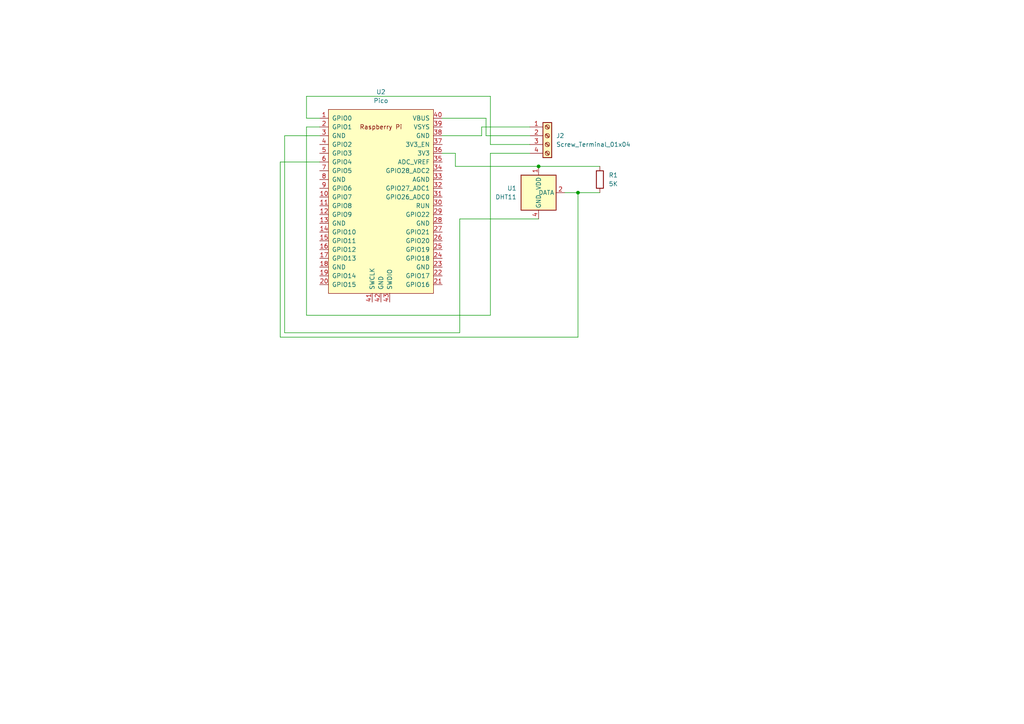
<source format=kicad_sch>
(kicad_sch
	(version 20231120)
	(generator "eeschema")
	(generator_version "8.0")
	(uuid "48cbc33f-57e1-4f2b-b3b9-3989cf85429e")
	(paper "A4")
	(lib_symbols
		(symbol "Connector:Screw_Terminal_01x04"
			(pin_names
				(offset 1.016) hide)
			(exclude_from_sim no)
			(in_bom yes)
			(on_board yes)
			(property "Reference" "J"
				(at 0 5.08 0)
				(effects
					(font
						(size 1.27 1.27)
					)
				)
			)
			(property "Value" "Screw_Terminal_01x04"
				(at 0 -7.62 0)
				(effects
					(font
						(size 1.27 1.27)
					)
				)
			)
			(property "Footprint" ""
				(at 0 0 0)
				(effects
					(font
						(size 1.27 1.27)
					)
					(hide yes)
				)
			)
			(property "Datasheet" "~"
				(at 0 0 0)
				(effects
					(font
						(size 1.27 1.27)
					)
					(hide yes)
				)
			)
			(property "Description" "Generic screw terminal, single row, 01x04, script generated (kicad-library-utils/schlib/autogen/connector/)"
				(at 0 0 0)
				(effects
					(font
						(size 1.27 1.27)
					)
					(hide yes)
				)
			)
			(property "ki_keywords" "screw terminal"
				(at 0 0 0)
				(effects
					(font
						(size 1.27 1.27)
					)
					(hide yes)
				)
			)
			(property "ki_fp_filters" "TerminalBlock*:*"
				(at 0 0 0)
				(effects
					(font
						(size 1.27 1.27)
					)
					(hide yes)
				)
			)
			(symbol "Screw_Terminal_01x04_1_1"
				(rectangle
					(start -1.27 3.81)
					(end 1.27 -6.35)
					(stroke
						(width 0.254)
						(type default)
					)
					(fill
						(type background)
					)
				)
				(circle
					(center 0 -5.08)
					(radius 0.635)
					(stroke
						(width 0.1524)
						(type default)
					)
					(fill
						(type none)
					)
				)
				(circle
					(center 0 -2.54)
					(radius 0.635)
					(stroke
						(width 0.1524)
						(type default)
					)
					(fill
						(type none)
					)
				)
				(polyline
					(pts
						(xy -0.5334 -4.7498) (xy 0.3302 -5.588)
					)
					(stroke
						(width 0.1524)
						(type default)
					)
					(fill
						(type none)
					)
				)
				(polyline
					(pts
						(xy -0.5334 -2.2098) (xy 0.3302 -3.048)
					)
					(stroke
						(width 0.1524)
						(type default)
					)
					(fill
						(type none)
					)
				)
				(polyline
					(pts
						(xy -0.5334 0.3302) (xy 0.3302 -0.508)
					)
					(stroke
						(width 0.1524)
						(type default)
					)
					(fill
						(type none)
					)
				)
				(polyline
					(pts
						(xy -0.5334 2.8702) (xy 0.3302 2.032)
					)
					(stroke
						(width 0.1524)
						(type default)
					)
					(fill
						(type none)
					)
				)
				(polyline
					(pts
						(xy -0.3556 -4.572) (xy 0.508 -5.4102)
					)
					(stroke
						(width 0.1524)
						(type default)
					)
					(fill
						(type none)
					)
				)
				(polyline
					(pts
						(xy -0.3556 -2.032) (xy 0.508 -2.8702)
					)
					(stroke
						(width 0.1524)
						(type default)
					)
					(fill
						(type none)
					)
				)
				(polyline
					(pts
						(xy -0.3556 0.508) (xy 0.508 -0.3302)
					)
					(stroke
						(width 0.1524)
						(type default)
					)
					(fill
						(type none)
					)
				)
				(polyline
					(pts
						(xy -0.3556 3.048) (xy 0.508 2.2098)
					)
					(stroke
						(width 0.1524)
						(type default)
					)
					(fill
						(type none)
					)
				)
				(circle
					(center 0 0)
					(radius 0.635)
					(stroke
						(width 0.1524)
						(type default)
					)
					(fill
						(type none)
					)
				)
				(circle
					(center 0 2.54)
					(radius 0.635)
					(stroke
						(width 0.1524)
						(type default)
					)
					(fill
						(type none)
					)
				)
				(pin passive line
					(at -5.08 2.54 0)
					(length 3.81)
					(name "Pin_1"
						(effects
							(font
								(size 1.27 1.27)
							)
						)
					)
					(number "1"
						(effects
							(font
								(size 1.27 1.27)
							)
						)
					)
				)
				(pin passive line
					(at -5.08 0 0)
					(length 3.81)
					(name "Pin_2"
						(effects
							(font
								(size 1.27 1.27)
							)
						)
					)
					(number "2"
						(effects
							(font
								(size 1.27 1.27)
							)
						)
					)
				)
				(pin passive line
					(at -5.08 -2.54 0)
					(length 3.81)
					(name "Pin_3"
						(effects
							(font
								(size 1.27 1.27)
							)
						)
					)
					(number "3"
						(effects
							(font
								(size 1.27 1.27)
							)
						)
					)
				)
				(pin passive line
					(at -5.08 -5.08 0)
					(length 3.81)
					(name "Pin_4"
						(effects
							(font
								(size 1.27 1.27)
							)
						)
					)
					(number "4"
						(effects
							(font
								(size 1.27 1.27)
							)
						)
					)
				)
			)
		)
		(symbol "Device:R"
			(pin_numbers hide)
			(pin_names
				(offset 0)
			)
			(exclude_from_sim no)
			(in_bom yes)
			(on_board yes)
			(property "Reference" "R"
				(at 2.032 0 90)
				(effects
					(font
						(size 1.27 1.27)
					)
				)
			)
			(property "Value" "R"
				(at 0 0 90)
				(effects
					(font
						(size 1.27 1.27)
					)
				)
			)
			(property "Footprint" ""
				(at -1.778 0 90)
				(effects
					(font
						(size 1.27 1.27)
					)
					(hide yes)
				)
			)
			(property "Datasheet" "~"
				(at 0 0 0)
				(effects
					(font
						(size 1.27 1.27)
					)
					(hide yes)
				)
			)
			(property "Description" "Resistor"
				(at 0 0 0)
				(effects
					(font
						(size 1.27 1.27)
					)
					(hide yes)
				)
			)
			(property "ki_keywords" "R res resistor"
				(at 0 0 0)
				(effects
					(font
						(size 1.27 1.27)
					)
					(hide yes)
				)
			)
			(property "ki_fp_filters" "R_*"
				(at 0 0 0)
				(effects
					(font
						(size 1.27 1.27)
					)
					(hide yes)
				)
			)
			(symbol "R_0_1"
				(rectangle
					(start -1.016 -2.54)
					(end 1.016 2.54)
					(stroke
						(width 0.254)
						(type default)
					)
					(fill
						(type none)
					)
				)
			)
			(symbol "R_1_1"
				(pin passive line
					(at 0 3.81 270)
					(length 1.27)
					(name "~"
						(effects
							(font
								(size 1.27 1.27)
							)
						)
					)
					(number "1"
						(effects
							(font
								(size 1.27 1.27)
							)
						)
					)
				)
				(pin passive line
					(at 0 -3.81 90)
					(length 1.27)
					(name "~"
						(effects
							(font
								(size 1.27 1.27)
							)
						)
					)
					(number "2"
						(effects
							(font
								(size 1.27 1.27)
							)
						)
					)
				)
			)
		)
		(symbol "MCU_RaspberryPi_and_Boards:Pico"
			(pin_names
				(offset 1.016)
			)
			(exclude_from_sim no)
			(in_bom yes)
			(on_board yes)
			(property "Reference" "U"
				(at -13.97 27.94 0)
				(effects
					(font
						(size 1.27 1.27)
					)
				)
			)
			(property "Value" "Pico"
				(at 0 19.05 0)
				(effects
					(font
						(size 1.27 1.27)
					)
				)
			)
			(property "Footprint" "RPi_Pico:RPi_Pico_SMD_TH"
				(at 0 0 90)
				(effects
					(font
						(size 1.27 1.27)
					)
					(hide yes)
				)
			)
			(property "Datasheet" ""
				(at 0 0 0)
				(effects
					(font
						(size 1.27 1.27)
					)
					(hide yes)
				)
			)
			(property "Description" ""
				(at 0 0 0)
				(effects
					(font
						(size 1.27 1.27)
					)
					(hide yes)
				)
			)
			(symbol "Pico_0_0"
				(text "Raspberry Pi"
					(at 0 21.59 0)
					(effects
						(font
							(size 1.27 1.27)
						)
					)
				)
			)
			(symbol "Pico_0_1"
				(rectangle
					(start -15.24 26.67)
					(end 15.24 -26.67)
					(stroke
						(width 0)
						(type solid)
					)
					(fill
						(type background)
					)
				)
			)
			(symbol "Pico_1_1"
				(pin bidirectional line
					(at -17.78 24.13 0)
					(length 2.54)
					(name "GPIO0"
						(effects
							(font
								(size 1.27 1.27)
							)
						)
					)
					(number "1"
						(effects
							(font
								(size 1.27 1.27)
							)
						)
					)
				)
				(pin bidirectional line
					(at -17.78 1.27 0)
					(length 2.54)
					(name "GPIO7"
						(effects
							(font
								(size 1.27 1.27)
							)
						)
					)
					(number "10"
						(effects
							(font
								(size 1.27 1.27)
							)
						)
					)
				)
				(pin bidirectional line
					(at -17.78 -1.27 0)
					(length 2.54)
					(name "GPIO8"
						(effects
							(font
								(size 1.27 1.27)
							)
						)
					)
					(number "11"
						(effects
							(font
								(size 1.27 1.27)
							)
						)
					)
				)
				(pin bidirectional line
					(at -17.78 -3.81 0)
					(length 2.54)
					(name "GPIO9"
						(effects
							(font
								(size 1.27 1.27)
							)
						)
					)
					(number "12"
						(effects
							(font
								(size 1.27 1.27)
							)
						)
					)
				)
				(pin power_in line
					(at -17.78 -6.35 0)
					(length 2.54)
					(name "GND"
						(effects
							(font
								(size 1.27 1.27)
							)
						)
					)
					(number "13"
						(effects
							(font
								(size 1.27 1.27)
							)
						)
					)
				)
				(pin bidirectional line
					(at -17.78 -8.89 0)
					(length 2.54)
					(name "GPIO10"
						(effects
							(font
								(size 1.27 1.27)
							)
						)
					)
					(number "14"
						(effects
							(font
								(size 1.27 1.27)
							)
						)
					)
				)
				(pin bidirectional line
					(at -17.78 -11.43 0)
					(length 2.54)
					(name "GPIO11"
						(effects
							(font
								(size 1.27 1.27)
							)
						)
					)
					(number "15"
						(effects
							(font
								(size 1.27 1.27)
							)
						)
					)
				)
				(pin bidirectional line
					(at -17.78 -13.97 0)
					(length 2.54)
					(name "GPIO12"
						(effects
							(font
								(size 1.27 1.27)
							)
						)
					)
					(number "16"
						(effects
							(font
								(size 1.27 1.27)
							)
						)
					)
				)
				(pin bidirectional line
					(at -17.78 -16.51 0)
					(length 2.54)
					(name "GPIO13"
						(effects
							(font
								(size 1.27 1.27)
							)
						)
					)
					(number "17"
						(effects
							(font
								(size 1.27 1.27)
							)
						)
					)
				)
				(pin power_in line
					(at -17.78 -19.05 0)
					(length 2.54)
					(name "GND"
						(effects
							(font
								(size 1.27 1.27)
							)
						)
					)
					(number "18"
						(effects
							(font
								(size 1.27 1.27)
							)
						)
					)
				)
				(pin bidirectional line
					(at -17.78 -21.59 0)
					(length 2.54)
					(name "GPIO14"
						(effects
							(font
								(size 1.27 1.27)
							)
						)
					)
					(number "19"
						(effects
							(font
								(size 1.27 1.27)
							)
						)
					)
				)
				(pin bidirectional line
					(at -17.78 21.59 0)
					(length 2.54)
					(name "GPIO1"
						(effects
							(font
								(size 1.27 1.27)
							)
						)
					)
					(number "2"
						(effects
							(font
								(size 1.27 1.27)
							)
						)
					)
				)
				(pin bidirectional line
					(at -17.78 -24.13 0)
					(length 2.54)
					(name "GPIO15"
						(effects
							(font
								(size 1.27 1.27)
							)
						)
					)
					(number "20"
						(effects
							(font
								(size 1.27 1.27)
							)
						)
					)
				)
				(pin bidirectional line
					(at 17.78 -24.13 180)
					(length 2.54)
					(name "GPIO16"
						(effects
							(font
								(size 1.27 1.27)
							)
						)
					)
					(number "21"
						(effects
							(font
								(size 1.27 1.27)
							)
						)
					)
				)
				(pin bidirectional line
					(at 17.78 -21.59 180)
					(length 2.54)
					(name "GPIO17"
						(effects
							(font
								(size 1.27 1.27)
							)
						)
					)
					(number "22"
						(effects
							(font
								(size 1.27 1.27)
							)
						)
					)
				)
				(pin power_in line
					(at 17.78 -19.05 180)
					(length 2.54)
					(name "GND"
						(effects
							(font
								(size 1.27 1.27)
							)
						)
					)
					(number "23"
						(effects
							(font
								(size 1.27 1.27)
							)
						)
					)
				)
				(pin bidirectional line
					(at 17.78 -16.51 180)
					(length 2.54)
					(name "GPIO18"
						(effects
							(font
								(size 1.27 1.27)
							)
						)
					)
					(number "24"
						(effects
							(font
								(size 1.27 1.27)
							)
						)
					)
				)
				(pin bidirectional line
					(at 17.78 -13.97 180)
					(length 2.54)
					(name "GPIO19"
						(effects
							(font
								(size 1.27 1.27)
							)
						)
					)
					(number "25"
						(effects
							(font
								(size 1.27 1.27)
							)
						)
					)
				)
				(pin bidirectional line
					(at 17.78 -11.43 180)
					(length 2.54)
					(name "GPIO20"
						(effects
							(font
								(size 1.27 1.27)
							)
						)
					)
					(number "26"
						(effects
							(font
								(size 1.27 1.27)
							)
						)
					)
				)
				(pin bidirectional line
					(at 17.78 -8.89 180)
					(length 2.54)
					(name "GPIO21"
						(effects
							(font
								(size 1.27 1.27)
							)
						)
					)
					(number "27"
						(effects
							(font
								(size 1.27 1.27)
							)
						)
					)
				)
				(pin power_in line
					(at 17.78 -6.35 180)
					(length 2.54)
					(name "GND"
						(effects
							(font
								(size 1.27 1.27)
							)
						)
					)
					(number "28"
						(effects
							(font
								(size 1.27 1.27)
							)
						)
					)
				)
				(pin bidirectional line
					(at 17.78 -3.81 180)
					(length 2.54)
					(name "GPIO22"
						(effects
							(font
								(size 1.27 1.27)
							)
						)
					)
					(number "29"
						(effects
							(font
								(size 1.27 1.27)
							)
						)
					)
				)
				(pin power_in line
					(at -17.78 19.05 0)
					(length 2.54)
					(name "GND"
						(effects
							(font
								(size 1.27 1.27)
							)
						)
					)
					(number "3"
						(effects
							(font
								(size 1.27 1.27)
							)
						)
					)
				)
				(pin input line
					(at 17.78 -1.27 180)
					(length 2.54)
					(name "RUN"
						(effects
							(font
								(size 1.27 1.27)
							)
						)
					)
					(number "30"
						(effects
							(font
								(size 1.27 1.27)
							)
						)
					)
				)
				(pin bidirectional line
					(at 17.78 1.27 180)
					(length 2.54)
					(name "GPIO26_ADC0"
						(effects
							(font
								(size 1.27 1.27)
							)
						)
					)
					(number "31"
						(effects
							(font
								(size 1.27 1.27)
							)
						)
					)
				)
				(pin bidirectional line
					(at 17.78 3.81 180)
					(length 2.54)
					(name "GPIO27_ADC1"
						(effects
							(font
								(size 1.27 1.27)
							)
						)
					)
					(number "32"
						(effects
							(font
								(size 1.27 1.27)
							)
						)
					)
				)
				(pin power_in line
					(at 17.78 6.35 180)
					(length 2.54)
					(name "AGND"
						(effects
							(font
								(size 1.27 1.27)
							)
						)
					)
					(number "33"
						(effects
							(font
								(size 1.27 1.27)
							)
						)
					)
				)
				(pin bidirectional line
					(at 17.78 8.89 180)
					(length 2.54)
					(name "GPIO28_ADC2"
						(effects
							(font
								(size 1.27 1.27)
							)
						)
					)
					(number "34"
						(effects
							(font
								(size 1.27 1.27)
							)
						)
					)
				)
				(pin unspecified line
					(at 17.78 11.43 180)
					(length 2.54)
					(name "ADC_VREF"
						(effects
							(font
								(size 1.27 1.27)
							)
						)
					)
					(number "35"
						(effects
							(font
								(size 1.27 1.27)
							)
						)
					)
				)
				(pin unspecified line
					(at 17.78 13.97 180)
					(length 2.54)
					(name "3V3"
						(effects
							(font
								(size 1.27 1.27)
							)
						)
					)
					(number "36"
						(effects
							(font
								(size 1.27 1.27)
							)
						)
					)
				)
				(pin input line
					(at 17.78 16.51 180)
					(length 2.54)
					(name "3V3_EN"
						(effects
							(font
								(size 1.27 1.27)
							)
						)
					)
					(number "37"
						(effects
							(font
								(size 1.27 1.27)
							)
						)
					)
				)
				(pin bidirectional line
					(at 17.78 19.05 180)
					(length 2.54)
					(name "GND"
						(effects
							(font
								(size 1.27 1.27)
							)
						)
					)
					(number "38"
						(effects
							(font
								(size 1.27 1.27)
							)
						)
					)
				)
				(pin unspecified line
					(at 17.78 21.59 180)
					(length 2.54)
					(name "VSYS"
						(effects
							(font
								(size 1.27 1.27)
							)
						)
					)
					(number "39"
						(effects
							(font
								(size 1.27 1.27)
							)
						)
					)
				)
				(pin bidirectional line
					(at -17.78 16.51 0)
					(length 2.54)
					(name "GPIO2"
						(effects
							(font
								(size 1.27 1.27)
							)
						)
					)
					(number "4"
						(effects
							(font
								(size 1.27 1.27)
							)
						)
					)
				)
				(pin unspecified line
					(at 17.78 24.13 180)
					(length 2.54)
					(name "VBUS"
						(effects
							(font
								(size 1.27 1.27)
							)
						)
					)
					(number "40"
						(effects
							(font
								(size 1.27 1.27)
							)
						)
					)
				)
				(pin input line
					(at -2.54 -29.21 90)
					(length 2.54)
					(name "SWCLK"
						(effects
							(font
								(size 1.27 1.27)
							)
						)
					)
					(number "41"
						(effects
							(font
								(size 1.27 1.27)
							)
						)
					)
				)
				(pin power_in line
					(at 0 -29.21 90)
					(length 2.54)
					(name "GND"
						(effects
							(font
								(size 1.27 1.27)
							)
						)
					)
					(number "42"
						(effects
							(font
								(size 1.27 1.27)
							)
						)
					)
				)
				(pin bidirectional line
					(at 2.54 -29.21 90)
					(length 2.54)
					(name "SWDIO"
						(effects
							(font
								(size 1.27 1.27)
							)
						)
					)
					(number "43"
						(effects
							(font
								(size 1.27 1.27)
							)
						)
					)
				)
				(pin bidirectional line
					(at -17.78 13.97 0)
					(length 2.54)
					(name "GPIO3"
						(effects
							(font
								(size 1.27 1.27)
							)
						)
					)
					(number "5"
						(effects
							(font
								(size 1.27 1.27)
							)
						)
					)
				)
				(pin bidirectional line
					(at -17.78 11.43 0)
					(length 2.54)
					(name "GPIO4"
						(effects
							(font
								(size 1.27 1.27)
							)
						)
					)
					(number "6"
						(effects
							(font
								(size 1.27 1.27)
							)
						)
					)
				)
				(pin bidirectional line
					(at -17.78 8.89 0)
					(length 2.54)
					(name "GPIO5"
						(effects
							(font
								(size 1.27 1.27)
							)
						)
					)
					(number "7"
						(effects
							(font
								(size 1.27 1.27)
							)
						)
					)
				)
				(pin power_in line
					(at -17.78 6.35 0)
					(length 2.54)
					(name "GND"
						(effects
							(font
								(size 1.27 1.27)
							)
						)
					)
					(number "8"
						(effects
							(font
								(size 1.27 1.27)
							)
						)
					)
				)
				(pin bidirectional line
					(at -17.78 3.81 0)
					(length 2.54)
					(name "GPIO6"
						(effects
							(font
								(size 1.27 1.27)
							)
						)
					)
					(number "9"
						(effects
							(font
								(size 1.27 1.27)
							)
						)
					)
				)
			)
		)
		(symbol "Sensor:DHT11"
			(exclude_from_sim no)
			(in_bom yes)
			(on_board yes)
			(property "Reference" "U"
				(at -3.81 6.35 0)
				(effects
					(font
						(size 1.27 1.27)
					)
				)
			)
			(property "Value" "DHT11"
				(at 3.81 6.35 0)
				(effects
					(font
						(size 1.27 1.27)
					)
				)
			)
			(property "Footprint" "Sensor:Aosong_DHT11_5.5x12.0_P2.54mm"
				(at 0 -10.16 0)
				(effects
					(font
						(size 1.27 1.27)
					)
					(hide yes)
				)
			)
			(property "Datasheet" "http://akizukidenshi.com/download/ds/aosong/DHT11.pdf"
				(at 3.81 6.35 0)
				(effects
					(font
						(size 1.27 1.27)
					)
					(hide yes)
				)
			)
			(property "Description" "3.3V to 5.5V, temperature and humidity module, DHT11"
				(at 0 0 0)
				(effects
					(font
						(size 1.27 1.27)
					)
					(hide yes)
				)
			)
			(property "ki_keywords" "digital sensor"
				(at 0 0 0)
				(effects
					(font
						(size 1.27 1.27)
					)
					(hide yes)
				)
			)
			(property "ki_fp_filters" "Aosong*DHT11*5.5x12.0*P2.54mm*"
				(at 0 0 0)
				(effects
					(font
						(size 1.27 1.27)
					)
					(hide yes)
				)
			)
			(symbol "DHT11_0_1"
				(rectangle
					(start -5.08 5.08)
					(end 5.08 -5.08)
					(stroke
						(width 0.254)
						(type default)
					)
					(fill
						(type background)
					)
				)
			)
			(symbol "DHT11_1_1"
				(pin power_in line
					(at 0 7.62 270)
					(length 2.54)
					(name "VDD"
						(effects
							(font
								(size 1.27 1.27)
							)
						)
					)
					(number "1"
						(effects
							(font
								(size 1.27 1.27)
							)
						)
					)
				)
				(pin bidirectional line
					(at 7.62 0 180)
					(length 2.54)
					(name "DATA"
						(effects
							(font
								(size 1.27 1.27)
							)
						)
					)
					(number "2"
						(effects
							(font
								(size 1.27 1.27)
							)
						)
					)
				)
				(pin no_connect line
					(at -5.08 0 0)
					(length 2.54) hide
					(name "NC"
						(effects
							(font
								(size 1.27 1.27)
							)
						)
					)
					(number "3"
						(effects
							(font
								(size 1.27 1.27)
							)
						)
					)
				)
				(pin power_in line
					(at 0 -7.62 90)
					(length 2.54)
					(name "GND"
						(effects
							(font
								(size 1.27 1.27)
							)
						)
					)
					(number "4"
						(effects
							(font
								(size 1.27 1.27)
							)
						)
					)
				)
			)
		)
	)
	(junction
		(at 156.21 48.26)
		(diameter 0)
		(color 0 0 0 0)
		(uuid "881a9bb7-2ae1-4555-96e5-7d6d47f178b5")
	)
	(junction
		(at 167.64 55.88)
		(diameter 0)
		(color 0 0 0 0)
		(uuid "d4ae35ec-1b42-436b-9cad-f468d2cda798")
	)
	(wire
		(pts
			(xy 163.83 55.88) (xy 167.64 55.88)
		)
		(stroke
			(width 0)
			(type default)
		)
		(uuid "056dad4d-1f95-4fa4-978e-a0ced402dbfe")
	)
	(wire
		(pts
			(xy 132.08 44.45) (xy 128.27 44.45)
		)
		(stroke
			(width 0)
			(type default)
		)
		(uuid "0f2c3ae6-cc62-4a5d-94a4-949492eddbd5")
	)
	(wire
		(pts
			(xy 133.35 96.52) (xy 82.55 96.52)
		)
		(stroke
			(width 0)
			(type default)
		)
		(uuid "12b30105-a6df-4e01-ba05-4d5fc0cc7455")
	)
	(wire
		(pts
			(xy 88.9 34.29) (xy 92.71 34.29)
		)
		(stroke
			(width 0)
			(type default)
		)
		(uuid "1a9e9579-125a-4211-ab3a-f48afcb00efb")
	)
	(wire
		(pts
			(xy 142.24 91.44) (xy 88.9 91.44)
		)
		(stroke
			(width 0)
			(type default)
		)
		(uuid "1c6caeec-d811-4ae5-a2d6-1763be734e0b")
	)
	(wire
		(pts
			(xy 82.55 96.52) (xy 82.55 39.37)
		)
		(stroke
			(width 0)
			(type default)
		)
		(uuid "2556361a-895a-4cb0-baa4-9608a8fcff9e")
	)
	(wire
		(pts
			(xy 167.64 55.88) (xy 173.99 55.88)
		)
		(stroke
			(width 0)
			(type default)
		)
		(uuid "27b5dc7e-a3b7-4c62-a737-9cc30d78dd13")
	)
	(wire
		(pts
			(xy 128.27 39.37) (xy 139.7 39.37)
		)
		(stroke
			(width 0)
			(type default)
		)
		(uuid "3102d756-bfd2-4aaf-9959-779abf97226b")
	)
	(wire
		(pts
			(xy 132.08 48.26) (xy 132.08 44.45)
		)
		(stroke
			(width 0)
			(type default)
		)
		(uuid "45f2af85-c937-45c8-a1f1-a2b356fe2582")
	)
	(wire
		(pts
			(xy 82.55 39.37) (xy 92.71 39.37)
		)
		(stroke
			(width 0)
			(type default)
		)
		(uuid "4630068f-7357-43ba-9cdc-8b16f6caf3f0")
	)
	(wire
		(pts
			(xy 88.9 36.83) (xy 92.71 36.83)
		)
		(stroke
			(width 0)
			(type default)
		)
		(uuid "47f1db22-d685-48ca-ae9e-80e17e4fee95")
	)
	(wire
		(pts
			(xy 153.67 44.45) (xy 142.24 44.45)
		)
		(stroke
			(width 0)
			(type default)
		)
		(uuid "4cfac73f-d1f7-42f0-b904-eef61f38f95c")
	)
	(wire
		(pts
			(xy 156.21 48.26) (xy 132.08 48.26)
		)
		(stroke
			(width 0)
			(type default)
		)
		(uuid "4fbd7afe-6161-43c3-995d-cbdd00094936")
	)
	(wire
		(pts
			(xy 142.24 44.45) (xy 142.24 91.44)
		)
		(stroke
			(width 0)
			(type default)
		)
		(uuid "5963db61-3430-4182-9e04-be3ebbf511c6")
	)
	(wire
		(pts
			(xy 167.64 55.88) (xy 167.64 97.79)
		)
		(stroke
			(width 0)
			(type default)
		)
		(uuid "67a91b9e-085b-4fb4-a197-0fddf71b10e3")
	)
	(wire
		(pts
			(xy 173.99 48.26) (xy 156.21 48.26)
		)
		(stroke
			(width 0)
			(type default)
		)
		(uuid "6b2a1e58-cb23-47ae-820b-96c531cc6c3f")
	)
	(wire
		(pts
			(xy 88.9 91.44) (xy 88.9 36.83)
		)
		(stroke
			(width 0)
			(type default)
		)
		(uuid "7bc01979-d4bf-419b-9316-33e224fa19b6")
	)
	(wire
		(pts
			(xy 133.35 63.5) (xy 133.35 96.52)
		)
		(stroke
			(width 0)
			(type default)
		)
		(uuid "81d8a966-680f-4bd0-92fd-a51a43d1f867")
	)
	(wire
		(pts
			(xy 156.21 63.5) (xy 133.35 63.5)
		)
		(stroke
			(width 0)
			(type default)
		)
		(uuid "930d04ef-97a2-4cf6-bc9c-4dadee3e250a")
	)
	(wire
		(pts
			(xy 153.67 36.83) (xy 139.7 36.83)
		)
		(stroke
			(width 0)
			(type default)
		)
		(uuid "a49dd606-707e-4d03-9fe0-c0851032b59e")
	)
	(wire
		(pts
			(xy 142.24 41.91) (xy 142.24 27.94)
		)
		(stroke
			(width 0)
			(type default)
		)
		(uuid "b215dced-633c-4e46-bc18-9e8a82c17847")
	)
	(wire
		(pts
			(xy 153.67 41.91) (xy 142.24 41.91)
		)
		(stroke
			(width 0)
			(type default)
		)
		(uuid "b2908301-c036-4bbc-8881-993b31abcb53")
	)
	(wire
		(pts
			(xy 81.28 97.79) (xy 81.28 46.99)
		)
		(stroke
			(width 0)
			(type default)
		)
		(uuid "cab10a5a-4fba-43eb-a084-dc8c79b61cc2")
	)
	(wire
		(pts
			(xy 140.97 34.29) (xy 128.27 34.29)
		)
		(stroke
			(width 0)
			(type default)
		)
		(uuid "d5119350-6cc3-4810-92ec-e7ead7c1c112")
	)
	(wire
		(pts
			(xy 88.9 27.94) (xy 88.9 34.29)
		)
		(stroke
			(width 0)
			(type default)
		)
		(uuid "d53b1370-b783-4a92-b95b-4440fafb2973")
	)
	(wire
		(pts
			(xy 81.28 46.99) (xy 92.71 46.99)
		)
		(stroke
			(width 0)
			(type default)
		)
		(uuid "d60a0461-8422-4131-bcee-400faa5e5fc2")
	)
	(wire
		(pts
			(xy 142.24 27.94) (xy 88.9 27.94)
		)
		(stroke
			(width 0)
			(type default)
		)
		(uuid "dce6c4ec-696f-4266-9f26-4001d6551e9f")
	)
	(wire
		(pts
			(xy 167.64 97.79) (xy 81.28 97.79)
		)
		(stroke
			(width 0)
			(type default)
		)
		(uuid "e354e0b2-f999-4ad5-a985-09e2a986fd25")
	)
	(wire
		(pts
			(xy 139.7 36.83) (xy 139.7 39.37)
		)
		(stroke
			(width 0)
			(type default)
		)
		(uuid "e6f6bc7a-90c4-4ed1-a261-5e16c7203ad5")
	)
	(wire
		(pts
			(xy 140.97 39.37) (xy 140.97 34.29)
		)
		(stroke
			(width 0)
			(type default)
		)
		(uuid "ef1e1a74-e1c1-4b32-bf08-c71a6030aef3")
	)
	(wire
		(pts
			(xy 153.67 39.37) (xy 140.97 39.37)
		)
		(stroke
			(width 0)
			(type default)
		)
		(uuid "fa9f06fd-dcba-438b-ae2c-e75991ffafbd")
	)
	(symbol
		(lib_id "Connector:Screw_Terminal_01x04")
		(at 158.75 39.37 0)
		(unit 1)
		(exclude_from_sim no)
		(in_bom yes)
		(on_board yes)
		(dnp no)
		(fields_autoplaced yes)
		(uuid "853a75fc-dd33-4485-88a4-89c9d33653e0")
		(property "Reference" "J2"
			(at 161.29 39.3699 0)
			(effects
				(font
					(size 1.27 1.27)
				)
				(justify left)
			)
		)
		(property "Value" "Screw_Terminal_01x04"
			(at 161.29 41.9099 0)
			(effects
				(font
					(size 1.27 1.27)
				)
				(justify left)
			)
		)
		(property "Footprint" "TerminalBlock_Phoenix:TerminalBlock_Phoenix_MKDS-1,5-4_1x04_P5.00mm_Horizontal"
			(at 158.75 39.37 0)
			(effects
				(font
					(size 1.27 1.27)
				)
				(hide yes)
			)
		)
		(property "Datasheet" "~"
			(at 158.75 39.37 0)
			(effects
				(font
					(size 1.27 1.27)
				)
				(hide yes)
			)
		)
		(property "Description" "Generic screw terminal, single row, 01x04, script generated (kicad-library-utils/schlib/autogen/connector/)"
			(at 158.75 39.37 0)
			(effects
				(font
					(size 1.27 1.27)
				)
				(hide yes)
			)
		)
		(pin "4"
			(uuid "eefe605f-7b2f-4245-aa79-0be8368e277a")
		)
		(pin "1"
			(uuid "2594b5ba-60fe-445a-b9a8-4d458086170f")
		)
		(pin "3"
			(uuid "cf48ea70-01a1-4930-ace8-db61050b3ab3")
		)
		(pin "2"
			(uuid "627247c4-c3e1-4bef-813a-817cd6564c48")
		)
		(instances
			(project ""
				(path "/48cbc33f-57e1-4f2b-b3b9-3989cf85429e"
					(reference "J2")
					(unit 1)
				)
			)
		)
	)
	(symbol
		(lib_id "MCU_RaspberryPi_and_Boards:Pico")
		(at 110.49 58.42 0)
		(unit 1)
		(exclude_from_sim no)
		(in_bom yes)
		(on_board yes)
		(dnp no)
		(fields_autoplaced yes)
		(uuid "c105a972-8947-49ab-b65a-f870d103bf6d")
		(property "Reference" "U2"
			(at 110.49 26.67 0)
			(effects
				(font
					(size 1.27 1.27)
				)
			)
		)
		(property "Value" "Pico"
			(at 110.49 29.21 0)
			(effects
				(font
					(size 1.27 1.27)
				)
			)
		)
		(property "Footprint" "Connector_PinHeader_1.00mm:PinHeader_2x22_P1.00mm_Vertical"
			(at 110.49 58.42 90)
			(effects
				(font
					(size 1.27 1.27)
				)
				(hide yes)
			)
		)
		(property "Datasheet" ""
			(at 110.49 58.42 0)
			(effects
				(font
					(size 1.27 1.27)
				)
				(hide yes)
			)
		)
		(property "Description" ""
			(at 110.49 58.42 0)
			(effects
				(font
					(size 1.27 1.27)
				)
				(hide yes)
			)
		)
		(pin "2"
			(uuid "16e52fbd-59d2-493a-bc12-980f0c34c719")
		)
		(pin "30"
			(uuid "525a23e3-4177-421b-8afc-43b6f2ac3dbc")
		)
		(pin "33"
			(uuid "e39f6ebd-5f2f-4cea-885b-6d4b97a8b39a")
		)
		(pin "28"
			(uuid "1c71f161-f99d-4e70-84c9-18ea471dfc2e")
		)
		(pin "32"
			(uuid "c82063a6-a6dc-4dfc-82fa-fc26005ccf09")
		)
		(pin "37"
			(uuid "3c017747-27e6-4616-ad41-a0b7f68c6d00")
		)
		(pin "43"
			(uuid "1e0fde95-23fe-41ad-82e0-0c477985d7a4")
		)
		(pin "14"
			(uuid "4a11d777-cef6-46b0-b35d-c2dec0b7c6f0")
		)
		(pin "39"
			(uuid "6d86b368-03e6-4a9b-8475-8393c202e093")
		)
		(pin "4"
			(uuid "5d500ac7-f297-4ede-b433-18a0e9e903dc")
		)
		(pin "22"
			(uuid "b7bd3368-d96c-423c-8dbf-b1b591b11660")
		)
		(pin "34"
			(uuid "63edd0ee-5048-44a7-a9d5-ca23cb9df964")
		)
		(pin "40"
			(uuid "972a68d7-ff12-4222-a3f7-03056eff3c7e")
		)
		(pin "42"
			(uuid "4ff4a6b8-e248-4fd8-b55a-c7f75e812a16")
		)
		(pin "9"
			(uuid "188231d7-ea81-4016-ad87-cbcc980be06d")
		)
		(pin "31"
			(uuid "0fecd284-3d30-4732-8fe4-8d394c826bc4")
		)
		(pin "36"
			(uuid "0a6be343-1de1-4bcd-95a6-7425b1de96e5")
		)
		(pin "6"
			(uuid "9a331d4f-3ccb-4750-98c6-9d2ea8f9704d")
		)
		(pin "26"
			(uuid "9dcfe019-52cc-46a2-aac8-0995ca4ad8ce")
		)
		(pin "12"
			(uuid "9769851e-1e06-48cf-b32e-870fe6a30b61")
		)
		(pin "19"
			(uuid "976e31be-a3b6-4380-a8cc-257fa4bfaad3")
		)
		(pin "18"
			(uuid "e5e232a6-e9dc-4c35-917d-0c240b49a423")
		)
		(pin "24"
			(uuid "7b2a9e94-c81c-4bf0-9af3-27c3824b6ed1")
		)
		(pin "10"
			(uuid "2c33d5f1-bcd5-4269-ad49-edff9ca05c98")
		)
		(pin "21"
			(uuid "630f42aa-fb00-4986-ab1b-2f595fe68402")
		)
		(pin "15"
			(uuid "6594a6dc-d43f-4d14-a26e-850b596ef3f6")
		)
		(pin "29"
			(uuid "e85cbad6-e14e-489c-9d6b-7a3320858564")
		)
		(pin "3"
			(uuid "74e1b9eb-6882-4c0a-970c-cfa46db09ed5")
		)
		(pin "20"
			(uuid "f4abc2f7-d501-46b2-9ad4-4ac257ba892b")
		)
		(pin "38"
			(uuid "2daae95d-317a-4d1e-9401-7dc747209fef")
		)
		(pin "5"
			(uuid "9ce2c53e-75f4-497b-80e4-9af3203cac6b")
		)
		(pin "27"
			(uuid "d64119bf-f638-4059-ac56-9bba81875842")
		)
		(pin "8"
			(uuid "3a631167-e013-42f0-8464-0f3a857a960f")
		)
		(pin "13"
			(uuid "f505d20b-fb43-43ce-bb45-a876016aa8a9")
		)
		(pin "25"
			(uuid "9ee40a5f-efbf-457d-b903-3cea54bd92fe")
		)
		(pin "11"
			(uuid "bd0779e6-d39d-4cb1-a2a1-99cce03fe0d7")
		)
		(pin "16"
			(uuid "f403ac62-43af-41a0-8f2b-72200474627c")
		)
		(pin "17"
			(uuid "2c342c4d-4496-4bdb-bced-a9ceb9fac9c0")
		)
		(pin "35"
			(uuid "3019dcb2-6ccc-4832-97ca-d77d2e84da79")
		)
		(pin "1"
			(uuid "4ccd200b-d4e6-4523-b4a8-a2d73b62c5b2")
		)
		(pin "7"
			(uuid "3609bb90-21e0-4948-b163-9cac1d2ef95b")
		)
		(pin "41"
			(uuid "ed87920a-7448-4961-ab3d-270824a0ea88")
		)
		(pin "23"
			(uuid "afb40fee-05de-47eb-9b5f-dca374342387")
		)
		(instances
			(project ""
				(path "/48cbc33f-57e1-4f2b-b3b9-3989cf85429e"
					(reference "U2")
					(unit 1)
				)
			)
		)
	)
	(symbol
		(lib_id "Device:R")
		(at 173.99 52.07 0)
		(unit 1)
		(exclude_from_sim no)
		(in_bom yes)
		(on_board yes)
		(dnp no)
		(fields_autoplaced yes)
		(uuid "d22915be-7e49-46de-867d-99c0ebfa672e")
		(property "Reference" "R1"
			(at 176.53 50.7999 0)
			(effects
				(font
					(size 1.27 1.27)
				)
				(justify left)
			)
		)
		(property "Value" "5K"
			(at 176.53 53.3399 0)
			(effects
				(font
					(size 1.27 1.27)
				)
				(justify left)
			)
		)
		(property "Footprint" "Resistor_THT:R_Axial_DIN0204_L3.6mm_D1.6mm_P5.08mm_Horizontal"
			(at 172.212 52.07 90)
			(effects
				(font
					(size 1.27 1.27)
				)
				(hide yes)
			)
		)
		(property "Datasheet" "~"
			(at 173.99 52.07 0)
			(effects
				(font
					(size 1.27 1.27)
				)
				(hide yes)
			)
		)
		(property "Description" "Resistor"
			(at 173.99 52.07 0)
			(effects
				(font
					(size 1.27 1.27)
				)
				(hide yes)
			)
		)
		(pin "1"
			(uuid "1d9af151-d355-428e-9d02-08b734f9cab1")
		)
		(pin "2"
			(uuid "4aa4292a-b3a7-4cc7-913d-d8f7e3ed9ebc")
		)
		(instances
			(project ""
				(path "/48cbc33f-57e1-4f2b-b3b9-3989cf85429e"
					(reference "R1")
					(unit 1)
				)
			)
		)
	)
	(symbol
		(lib_id "Sensor:DHT11")
		(at 156.21 55.88 0)
		(unit 1)
		(exclude_from_sim no)
		(in_bom yes)
		(on_board yes)
		(dnp no)
		(fields_autoplaced yes)
		(uuid "d62de06e-5e48-43a1-9fd6-ff3e6cb90b52")
		(property "Reference" "U1"
			(at 149.86 54.6099 0)
			(effects
				(font
					(size 1.27 1.27)
				)
				(justify right)
			)
		)
		(property "Value" "DHT11"
			(at 149.86 57.1499 0)
			(effects
				(font
					(size 1.27 1.27)
				)
				(justify right)
			)
		)
		(property "Footprint" "Sensor:Aosong_DHT11_5.5x12.0_P2.54mm"
			(at 156.21 66.04 0)
			(effects
				(font
					(size 1.27 1.27)
				)
				(hide yes)
			)
		)
		(property "Datasheet" "http://akizukidenshi.com/download/ds/aosong/DHT11.pdf"
			(at 160.02 49.53 0)
			(effects
				(font
					(size 1.27 1.27)
				)
				(hide yes)
			)
		)
		(property "Description" "3.3V to 5.5V, temperature and humidity module, DHT11"
			(at 156.21 55.88 0)
			(effects
				(font
					(size 1.27 1.27)
				)
				(hide yes)
			)
		)
		(pin "4"
			(uuid "2201e1f7-082d-4fd7-ac09-35f2e7cd198c")
		)
		(pin "1"
			(uuid "6df5a817-dda5-4512-a1f8-943b5062544d")
		)
		(pin "2"
			(uuid "1dec19c6-6065-46e6-befc-edf8f7582eb7")
		)
		(pin "3"
			(uuid "85df036e-2fb6-419e-9e16-50221bc001de")
		)
		(instances
			(project ""
				(path "/48cbc33f-57e1-4f2b-b3b9-3989cf85429e"
					(reference "U1")
					(unit 1)
				)
			)
		)
	)
	(sheet_instances
		(path "/"
			(page "1")
		)
	)
)

</source>
